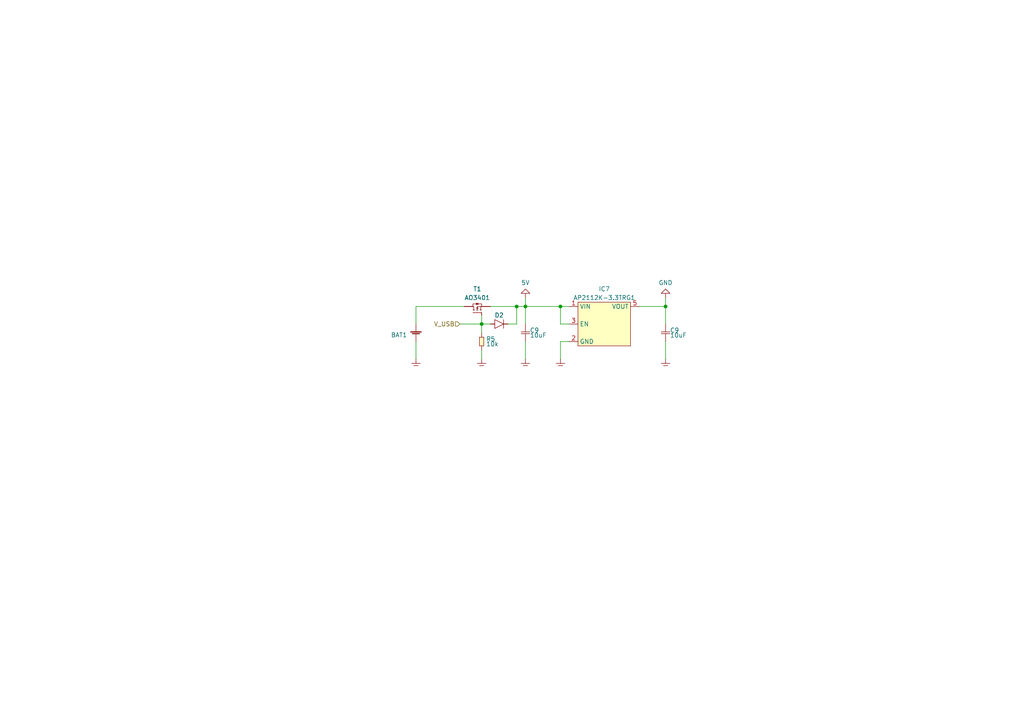
<source format=kicad_sch>
(kicad_sch (version 20230121) (generator eeschema)
  (paper "A4")
  (lib_symbols
    (symbol "FET:AO3401" (pin_numbers hide) (pin_names (offset 1.016) hide)
      (property "Reference" "T" (at 5.08 2.54 0))
      (property "Value" "AO3401" (at 5.08 0 0))
      (symbol "AO3401_0_1"
        (polyline (pts (xy -1.778 0) (xy -1.778 2.54)))
        (polyline (pts (xy -1.016 0.508) (xy -1.016 0)))
        (polyline (pts (xy -1.016 1.016) (xy -1.016 1.524)))
        (polyline (pts (xy -1.016 2.032) (xy -1.016 2.54)))
        (polyline (pts (xy 0 0.254) (xy -1.016 0.254)))
        (polyline (pts (xy 0.508 1.016) (xy 1.016 1.016)))
        (polyline (pts (xy -1.016 1.27) (xy 0 1.27) (xy 0 0)))
        (polyline (pts (xy -1.016 2.286) (xy 0 2.286) (xy 0 2.54)))
        (polyline (pts (xy -0.254 1.27) (xy -0.508 1.524) (xy -0.508 1.016) (xy -0.254 1.27)))
        (polyline (pts (xy 0 0) (xy 0.762 0) (xy 0.762 2.54) (xy 0 2.54)))
        (polyline (pts (xy 0.508 1.524) (xy 0.762 1.016) (xy 1.016 1.524) (xy 0.508 1.524)) (fill (type outline)))
      )
      (symbol "AO3401_1_1"
        (pin input line (at -2.54 0 0) (length 0.762) (name "G") (number "1"))
        (pin power_out line (at 0 -2.54 90) (length 2.54) (name "S") (number "2"))
        (pin power_in line (at 0 5.08 270) (length 2.54) (name "D") (number "3"))
      )
    )
    (symbol "Power:AP2112K-3.3TRG1"
      (property "Reference" "IC" (at 0 8.89 0))
      (property "Value" "AP2112K-3.3TRG1" (at 0 7.62 0))
      (symbol "AP2112K-3.3TRG1_1_1"
        (rectangle (start -7.62 6.35) (end 7.62 -6.35) (fill (type background)))
        (pin power_in line (at -10.16 5.08 0) (length 2.54) (name "VIN") (number "1"))
        (pin power_out line (at -10.16 -5.08 0) (length 2.54) (name "GND") (number "2"))
        (pin input line (at -10.16 0 0) (length 2.54) (name "EN") (number "3"))
        (pin input line (at 10.16 5.08 180) (length 2.54) (name "VOUT") (number "5"))
      )
    )
    (symbol "generic:3V3" (power) (pin_numbers hide) (pin_names (offset 0) hide)
      (property "Value" "3V3" (at 0 3.81 0))
      (symbol "3V3_0_1"
        (polyline (pts (xy 0 0) (xy 0 1.27) (xy -1.27 1.27) (xy 0 2.54) (xy 1.27 1.27) (xy 0 1.27)))
      )
      (symbol "3V3_1_1"
        (pin power_in line (at 0 0 90) (length 2.54) hide (name "GND") (number "~"))
      )
    )
    (symbol "generic:5V" (power) (pin_numbers hide) (pin_names (offset 0) hide)
      (property "Value" "5V" (at 0 3.81 0))
      (symbol "5V_0_1"
        (polyline (pts (xy 0 0) (xy 0 1.27) (xy -1.27 1.27) (xy 0 2.54) (xy 1.27 1.27) (xy 0 1.27)))
      )
      (symbol "5V_1_1"
        (pin power_in line (at 0 0 90) (length 2.54) hide (name "5V") (number "~"))
      )
    )
    (symbol "generic:Battery" (pin_numbers hide) (pin_names (offset 0) hide)
      (property "Reference" "BAT" (at 5.08 0 0))
      (symbol "Battery_0_1"
        (polyline (pts (xy -1.524 0.254) (xy 1.524 0.254)) (stroke (width 0.3048)))
        (polyline (pts (xy 1.016 -0.254) (xy -1.016 -0.254)) (stroke (width 0.3048)))
      )
      (symbol "Battery_1_1"
        (pin power_out line (at 0 2.54 270) (length 2.3114) (name "+") (number "1"))
        (pin power_out line (at 0 -2.54 90) (length 2.3114) (name "-") (number "2"))
      )
    )
    (symbol "generic:C" (pin_numbers hide) (pin_names (offset 0) hide)
      (property "Reference" "C" (at 2.54 0 0))
      (property "Value" "C" (at 2.54 -2.54 0))
      (symbol "C_0_1"
        (polyline (pts (xy -1.27 -0.254) (xy 1.27 -0.254)))
        (polyline (pts (xy 1.27 0.254) (xy -1.27 0.254)))
      )
      (symbol "C_1_1"
        (pin bidirectional line (at 0 2.54 270) (length 2.3114) (name "~") (number "1"))
        (pin bidirectional line (at 0 -2.54 90) (length 2.3114) (name "~") (number "2"))
      )
    )
    (symbol "generic:D" (pin_numbers hide) (pin_names (offset 0) hide)
      (property "Reference" "D" (at 0 2.54 0))
      (symbol "D_0_1"
        (polyline (pts (xy 1.27 1.27) (xy 1.27 -1.27)))
        (polyline (pts (xy -1.27 1.27) (xy -1.27 -1.27) (xy 1.27 0) (xy -1.27 1.27)))
      )
      (symbol "D_1_1"
        (pin input line (at -2.54 0 0) (length 1.27) (name "A") (number "1"))
        (pin output line (at 2.54 0 180) (length 1.27) (name "K") (number "2"))
      )
    )
    (symbol "generic:GND" (power) (pin_numbers hide) (pin_names (offset 0) hide)
      (symbol "GND_0_1"
        (polyline (pts (xy -1.27 -1.27) (xy 1.27 -1.27)))
        (polyline (pts (xy 0 -2.54) (xy 0 -2.54)))
        (polyline (pts (xy 0 -1.27) (xy 0 0)))
        (polyline (pts (xy 0.635 -1.905) (xy -0.635 -1.905)))
      )
      (symbol "GND_1_1"
        (pin power_in line (at 0 0 270) (length 2.54) hide (name "GND") (number "~"))
      )
    )
    (symbol "generic:R" (pin_numbers hide) (pin_names (offset 0) hide)
      (property "Reference" "R" (at 0 1.905 0))
      (property "Value" "R" (at 0 -2.54 0))
      (symbol "R_0_1"
        (rectangle (start -1.27 0.635) (end 1.27 -0.635) (fill (type background)))
      )
      (symbol "R_1_1"
        (pin bidirectional line (at -2.54 0 0) (length 1.27) (name "~") (number "1"))
        (pin bidirectional line (at 2.54 0 180) (length 1.27) (name "~") (number "2"))
      )
    )
  )
  (junction (at 139.7 93.98))
  (junction (at 149.86 88.9))
  (junction (at 162.56 88.9))
  (junction (at 193.04 88.9))
  (junction (at 152.4 88.9))
  (wire (pts (xy 120.65 88.9) (xy 134.62 88.9)))
  (wire (pts (xy 193.04 99.06) (xy 193.04 104.14)))
  (wire (pts (xy 120.65 93.98) (xy 120.65 88.9)))
  (wire (pts (xy 193.04 88.9) (xy 193.04 93.98)))
  (wire (pts (xy 162.56 104.14) (xy 162.56 99.06)))
  (wire (pts (xy 120.65 99.06) (xy 120.65 104.14)))
  (wire (pts (xy 149.86 93.98) (xy 147.32 93.98)))
  (wire (pts (xy 152.4 99.06) (xy 152.4 104.14)))
  (wire (pts (xy 142.24 88.9) (xy 149.86 88.9)))
  (wire (pts (xy 185.42 88.9) (xy 193.04 88.9)))
  (wire (pts (xy 162.56 99.06) (xy 165.1 99.06)))
  (wire (pts (xy 139.7 96.52) (xy 139.7 93.98)))
  (wire (pts (xy 162.56 93.98) (xy 162.56 88.9)))
  (wire (pts (xy 139.7 104.14) (xy 139.7 101.6)))
  (wire (pts (xy 152.4 88.9) (xy 162.56 88.9)))
  (wire (pts (xy 162.56 88.9) (xy 165.1 88.9)))
  (wire (pts (xy 165.1 93.98) (xy 162.56 93.98)))
  (wire (pts (xy 133.35 93.98) (xy 139.7 93.98)))
  (wire (pts (xy 152.4 88.9) (xy 152.4 93.98)))
  (wire (pts (xy 149.86 88.9) (xy 152.4 88.9)))
  (wire (pts (xy 152.4 88.9) (xy 152.4 86.36)))
  (wire (pts (xy 149.86 88.9) (xy 149.86 93.98)))
  (wire (pts (xy 139.7 93.98) (xy 142.24 93.98)))
  (wire (pts (xy 193.04 86.36) (xy 193.04 88.9)))
  (wire (pts (xy 139.7 91.44) (xy 139.7 93.98)))
  (hierarchical_label "V_USB" (shape input) (at 133.35 93.98 180))
  (symbol (lib_id "generic:D") (at 144.78 93.98 0) (unit 1)
    (property "Reference" "D2" (at 144.78 91.44 0))
    (property "Value" "D" (effects hide))
    (property "Footprint" "SMT:0603" (effects hide))
  )
  (symbol (lib_id "generic:C") (at 193.04 96.52 0) (unit 1)
    (property "Reference" "C9" (at 194.31 96.52 0) (effects (justify left bottom)))
    (property "Value" "10uF" (at 194.31 96.52 0) (effects (justify left top)))
    (property "Footprint" "SMT:0603" (effects hide))
    (instances (project "hikari" (path "" (reference "C9") (unit 1)) (path "" (reference "C10") (unit 1))))
  )
  (symbol (lib_id "generic:GND") (at 139.7 104.14 0) (unit 1)
    (property "Reference" "GND02" (effects hide))
    (property "Value" "GND" (effects hide))
    (instances (project "hikari" (path "" (reference "GND02") (unit 1)) (path "" (reference "#GND?") (unit 1))))
  )
  (symbol (lib_id "generic:5V") (at 152.4 86.36 0) (unit 1)
    (property "Reference" "#5V02" (effects hide))
    (property "Value" "5V" (at 152.4 81.28 0) (effects (justify top)))
  )
  (symbol (lib_id "Power:AP2112K-3.3TRG1") (at 175.26 93.98 0) (unit 1)
    (property "Reference" "IC7" (at 175.26 83.82 0))
    (property "Value" "AP2112K-3.3TRG1" (at 175.26 86.36 0))
    (property "Datasheet" "https://www.diodes.com/assets/Datasheets/AP2112.pdf" (effects hide))
    (property "MPN" "AP2112K-3.3TRG1" (effects hide))
    (property "Digi-Key" "AP2112K-3.3TRG1DICT-ND" (effects hide))
  )
  (symbol (lib_id "generic:GND") (at 152.4 104.14 0) (unit 1)
    (property "Reference" "GND04" (effects hide))
    (property "Value" "GND" (effects hide))
    (instances (project "hikari" (path "" (reference "GND04") (unit 1)) (path "" (reference "#GND?") (unit 1))))
  )
  (symbol (lib_id "generic:GND") (at 162.56 104.14 0) (unit 1)
    (property "Reference" "#GND?" (effects hide))
    (property "Value" "GND" (effects hide))
  )
  (symbol (lib_id "generic:R") (at 139.7 99.06 90) (unit 1)
    (property "Reference" "R5" (at 140.97 99.06 90) (effects (justify right top)))
    (property "Value" "10k" (at 140.97 99.06 90) (effects (justify right bottom)))
    (property "Footprint" "SMT:0603" (effects hide))
  )
  (symbol (lib_id "FET:AO3401") (at 139.7 88.9 90) (unit 1)
    (property "Reference" "T1" (at 138.43 83.82 90))
    (property "Value" "AO3401" (at 138.43 86.36 90))
    (property "Footprint" "SOT:SOT-23" (effects hide))
  )
  (symbol (lib_id "generic:GND") (at 120.65 104.14 0) (unit 1)
    (property "Reference" "GND03" (effects hide))
    (property "Value" "GND" (effects hide))
    (instances (project "hikari" (path "" (reference "GND03") (unit 1)) (path "" (reference "#GND?") (unit 1))))
  )
  (symbol (lib_id "generic:Battery") (at 120.65 96.52 0) (unit 1)
    (property "Reference" "BAT1" (at 118.11 97.155 0) (effects (justify right)))
    (property "Value" "Battery" (effects hide))
  )
  (symbol (lib_id "generic:C") (at 152.4 96.52 0) (unit 1)
    (property "Reference" "C9" (at 153.67 96.52 0) (effects (justify left bottom)))
    (property "Value" "10uF" (at 153.67 96.52 0) (effects (justify left top)))
    (property "Footprint" "SMT:0603" (effects hide))
  )
  (symbol (lib_id "generic:3V3") (at 193.04 86.36 0) (unit 1)
    (property "Reference" "#3V?" (effects hide))
    (property "Value" "3V3" (at 193.04 81.28 0) (effects (justify top)))
  )
  (symbol (lib_id "generic:GND") (at 193.04 104.14 0) (unit 1)
    (property "Reference" "GND04" (effects hide))
    (property "Value" "GND" (effects hide))
    (instances (project "hikari" (path "" (reference "GND04") (unit 1)) (path "" (reference "#GND?") (unit 1))))
  )
)
</source>
